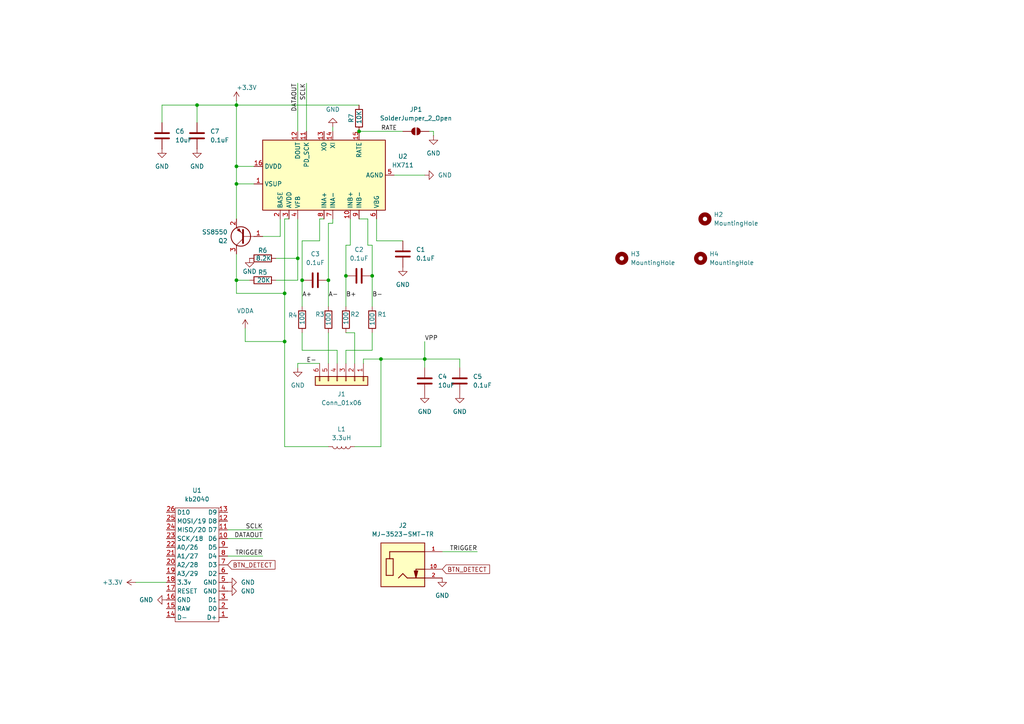
<source format=kicad_sch>
(kicad_sch (version 20250114) (generator "eeschema") (generator_version "9.0")
  (paper "A4")
  (lib_symbols
    (symbol "Analog_ADC:HX711"
      (property "Reference" "U" (at 5.08 21.59 0))
      (property "Value" "HX711" (at 7.62 19.05 0))
      (symbol "HX711_0_1"
        (rectangle (start -10.16 17.78) (end 10.16 -17.78) (stroke (width 0.254)) (fill (type background)))
      )
      (symbol "HX711_1_1"
        (pin passive line (at -12.7 12.7 0) (length 2.54) (name "BASE") (number "2"))
        (pin power_in line (at -12.7 10.16 0) (length 2.54) (name "AVDD") (number "3"))
        (pin input line (at -12.7 7.62 0) (length 2.54) (name "VFB") (number "4"))
        (pin input line (at -12.7 0 0) (length 2.54) (name "INA+") (number "8"))
        (pin input line (at -12.7 -2.54 0) (length 2.54) (name "INA-") (number "7"))
        (pin input line (at -12.7 -7.62 0) (length 2.54) (name "INB+") (number "10"))
        (pin input line (at -12.7 -10.16 0) (length 2.54) (name "INB-") (number "9"))
        (pin passive line (at -12.7 -15.24 0) (length 2.54) (name "VBG") (number "6"))
        (pin power_in line (at -2.54 20.32 270) (length 2.54) (name "VSUP") (number "1"))
        (pin power_in line (at 0 -20.32 90) (length 2.54) (name "AGND") (number "5"))
        (pin power_in line (at 2.54 20.32 270) (length 2.54) (name "DVDD") (number "16"))
        (pin output line (at 12.7 7.62 180) (length 2.54) (name "DOUT") (number "12"))
        (pin input line (at 12.7 5.08 180) (length 2.54) (name "PD_SCK") (number "11"))
        (pin passive line (at 12.7 0 180) (length 2.54) (name "XO") (number "13"))
        (pin passive line (at 12.7 -2.54 180) (length 2.54) (name "XI") (number "14"))
        (pin input line (at 12.7 -10.16 180) (length 2.54) (name "RATE") (number "15"))
      )
    )
    (symbol "CUI_MJ-3523:MJ-3523-SMT-TR" (pin_names (offset 1.016))
      (property "Reference" "J" (at -7.62 5.842 0))
      (property "Value" "MJ-3523-SMT-TR" (at -7.62 -10.16 0))
      (symbol "MJ-3523-SMT-TR_0_0"
        (rectangle (start -7.62 -7.62) (end 5.08 5.08) (stroke (width 0.254)) (fill (type background)))
        (polyline (pts (xy -6.096 0.508) (xy -6.096 -4.318)) (stroke (width 0.254)))
        (polyline (pts (xy -6.096 -4.318) (xy -4.064 -4.318)) (stroke (width 0.254)))
        (polyline (pts (xy -5.08 2.54) (xy 5.08 2.54)) (stroke (width 0.254)))
        (polyline (pts (xy -5.08 0.508) (xy -6.096 0.508)) (stroke (width 0.254)))
        (polyline (pts (xy -5.08 0.508) (xy -5.08 2.54)) (stroke (width 0.254)))
        (polyline (pts (xy -4.064 0.508) (xy -5.08 0.508)) (stroke (width 0.254)))
        (polyline (pts (xy -4.064 -4.318) (xy -4.064 0.508)) (stroke (width 0.254)))
        (polyline (pts (xy -2.54 -5.08) (xy -1.27 -3.81)) (stroke (width 0.254)))
        (polyline (pts (xy -1.27 -3.81) (xy 0 -5.08)) (stroke (width 0.254)))
        (polyline (pts (xy 0 -5.08) (xy 5.08 -5.08)) (stroke (width 0.254)))
        (polyline (pts (xy 2.54 -2.54) (xy 2.54 -3.81)) (stroke (width 0.254)))
        (polyline (pts (xy 3.048 -3.048) (xy 2.032 -3.048) (xy 2.54 -5.08) (xy 3.048 -3.048)) (stroke (width 0.254)) (fill (type outline)))
        (polyline (pts (xy 5.08 -2.54) (xy 2.54 -2.54)) (stroke (width 0.254)))
        (pin passive line (at 10.16 2.54 180) (length 5.08) (name "~") (number "1"))
        (pin passive line (at 10.16 -2.54 180) (length 5.08) (name "~") (number "10"))
        (pin passive line (at 10.16 -5.08 180) (length 5.08) (name "~") (number "2"))
      )
    )
    (symbol "Connector_Generic:Conn_01x06" (pin_names (offset 1.016) (hide yes))
      (property "Reference" "J" (at 0 7.62 0))
      (property "Value" "Conn_01x06" (at 0 -10.16 0))
      (symbol "Conn_01x06_1_1"
        (rectangle (start -1.27 6.35) (end 1.27 -8.89) (stroke (width 0.254)) (fill (type background)))
        (rectangle (start -1.27 5.207) (end 0 4.953) (stroke (width 0.1524)))
        (rectangle (start -1.27 2.667) (end 0 2.413) (stroke (width 0.1524)))
        (rectangle (start -1.27 0.127) (end 0 -0.127) (stroke (width 0.1524)))
        (rectangle (start -1.27 -2.413) (end 0 -2.667) (stroke (width 0.1524)))
        (rectangle (start -1.27 -4.953) (end 0 -5.207) (stroke (width 0.1524)))
        (rectangle (start -1.27 -7.493) (end 0 -7.747) (stroke (width 0.1524)))
        (pin passive line (at -5.08 5.08 0) (length 3.81) (name "Pin_1") (number "1"))
        (pin passive line (at -5.08 2.54 0) (length 3.81) (name "Pin_2") (number "2"))
        (pin passive line (at -5.08 0 0) (length 3.81) (name "Pin_3") (number "3"))
        (pin passive line (at -5.08 -2.54 0) (length 3.81) (name "Pin_4") (number "4"))
        (pin passive line (at -5.08 -5.08 0) (length 3.81) (name "Pin_5") (number "5"))
        (pin passive line (at -5.08 -7.62 0) (length 3.81) (name "Pin_6") (number "6"))
      )
    )
    (symbol "Device:C" (pin_numbers (hide yes)) (pin_names (offset 0.254))
      (property "Reference" "C" (at 0.635 2.54 0))
      (property "Value" "C" (at 0.635 -2.54 0))
      (symbol "C_0_1"
        (polyline (pts (xy -2.032 0.762) (xy 2.032 0.762)) (stroke (width 0.508)))
        (polyline (pts (xy -2.032 -0.762) (xy 2.032 -0.762)) (stroke (width 0.508)))
      )
      (symbol "C_1_1"
        (pin passive line (at 0 3.81 270) (length 2.794) (name "~") (number "1"))
        (pin passive line (at 0 -3.81 90) (length 2.794) (name "~") (number "2"))
      )
    )
    (symbol "Device:L" (pin_numbers (hide yes)) (pin_names (offset 1.016) (hide yes))
      (property "Reference" "L" (at -1.27 0 90))
      (property "Value" "L" (at 1.905 0 90))
      (symbol "L_0_1"
        (arc (start 0 2.54) (mid 0.6323 1.905) (end 0 1.27))
        (arc (start 0 1.27) (mid 0.6323 0.635) (end 0 0))
        (arc (start 0 0) (mid 0.6323 -0.635) (end 0 -1.27))
        (arc (start 0 -1.27) (mid 0.6323 -1.905) (end 0 -2.54))
      )
      (symbol "L_1_1"
        (pin passive line (at 0 3.81 270) (length 1.27) (name "1") (number "1"))
        (pin passive line (at 0 -3.81 90) (length 1.27) (name "2") (number "2"))
      )
    )
    (symbol "Device:R" (pin_numbers (hide yes)) (pin_names (offset 0))
      (property "Reference" "R" (at 2.032 0 90))
      (property "Value" "R" (at 0 0 90))
      (symbol "R_0_1"
        (rectangle (start -1.016 -2.54) (end 1.016 2.54) (stroke (width 0.254)))
      )
      (symbol "R_1_1"
        (pin passive line (at 0 3.81 270) (length 1.27) (name "~") (number "1"))
        (pin passive line (at 0 -3.81 90) (length 1.27) (name "~") (number "2"))
      )
    )
    (symbol "Jumper:SolderJumper_2_Open" (pin_numbers (hide yes)) (pin_names (offset 0) (hide yes)) (in_bom no)
      (property "Reference" "JP" (at 0 2.032 0))
      (property "Value" "SolderJumper_2_Open" (at 0 -2.54 0))
      (symbol "SolderJumper_2_Open_0_1"
        (polyline (pts (xy -0.254 1.016) (xy -0.254 -1.016)))
        (arc (start -0.254 -1.016) (mid -1.2656 0) (end -0.254 1.016))
        (arc (start -0.254 -1.016) (mid -1.2656 0) (end -0.254 1.016) (fill (type outline)))
        (arc (start 0.254 1.016) (mid 1.2656 0) (end 0.254 -1.016))
        (arc (start 0.254 1.016) (mid 1.2656 0) (end 0.254 -1.016) (fill (type outline)))
        (polyline (pts (xy 0.254 1.016) (xy 0.254 -1.016)))
      )
      (symbol "SolderJumper_2_Open_1_1"
        (pin passive line (at -3.81 0 0) (length 2.54) (name "A") (number "1"))
        (pin passive line (at 3.81 0 180) (length 2.54) (name "B") (number "2"))
      )
    )
    (symbol "Mechanical:MountingHole" (pin_names (offset 1.016)) (in_bom no)
      (property "Reference" "H" (at 0 5.08 0))
      (property "Value" "MountingHole" (at 0 3.175 0))
      (symbol "MountingHole_0_1"
        (circle (center 0 0) (radius 1.27) (stroke (width 1.27)))
      )
    )
    (symbol "Transistor_BJT:SS8550" (pin_names (offset 0) (hide yes))
      (property "Reference" "Q" (at 5.08 1.905 0))
      (property "Value" "SS8550" (at 5.08 0 0))
      (symbol "SS8550_0_1"
        (polyline (pts (xy -2.54 0) (xy 0.635 0)))
        (polyline (pts (xy 0.635 1.905) (xy 0.635 -1.905)) (stroke (width 0.508)))
        (polyline (pts (xy 0.635 0.635) (xy 2.54 2.54)))
        (polyline (pts (xy 0.635 -0.635) (xy 2.54 -2.54)))
        (circle (center 1.27 0) (radius 2.8194) (stroke (width 0.254)))
        (polyline (pts (xy 2.286 -1.778) (xy 1.778 -2.286) (xy 1.27 -1.27) (xy 2.286 -1.778)) (fill (type outline)))
      )
      (symbol "SS8550_1_1"
        (pin input line (at -5.08 0 0) (length 2.54) (name "B") (number "1"))
        (pin passive line (at 2.54 5.08 270) (length 2.54) (name "C") (number "3"))
        (pin passive line (at 2.54 -5.08 90) (length 2.54) (name "E") (number "2"))
      )
    )
    (symbol "kb2040:kb2040"
      (property "Reference" "U" (at 0 0 0))
      (property "Value" "kb2040" (at 0 -2.54 0))
      (symbol "kb2040_0_1"
        (rectangle (start 0 -3.81) (end 12.7 -36.83) (stroke (width 0.1524)))
      )
      (symbol "kb2040_1_1"
        (pin bidirectional line (at -2.54 -5.08 0) (length 2.54) (name "D+") (number "1"))
        (pin bidirectional line (at -2.54 -7.62 0) (length 2.54) (name "D0") (number "2"))
        (pin bidirectional line (at -2.54 -10.16 0) (length 2.54) (name "D1") (number "3"))
        (pin bidirectional line (at -2.54 -12.7 0) (length 2.54) (name "GND") (number "4"))
        (pin bidirectional line (at -2.54 -15.24 0) (length 2.54) (name "GND") (number "5"))
        (pin bidirectional line (at -2.54 -17.78 0) (length 2.54) (name "D2") (number "6"))
        (pin bidirectional line (at -2.54 -20.32 0) (length 2.54) (name "D3") (number "7"))
        (pin bidirectional line (at -2.54 -22.86 0) (length 2.54) (name "D4") (number "8"))
        (pin bidirectional line (at -2.54 -25.4 0) (length 2.54) (name "D5") (number "9"))
        (pin bidirectional line (at -2.54 -27.94 0) (length 2.54) (name "D6") (number "10"))
        (pin bidirectional line (at -2.54 -30.48 0) (length 2.54) (name "D7") (number "11"))
        (pin bidirectional line (at -2.54 -33.02 0) (length 2.54) (name "D8") (number "12"))
        (pin bidirectional line (at -2.54 -35.56 0) (length 2.54) (name "D9") (number "13"))
        (pin bidirectional line (at 15.24 -5.08 180) (length 2.54) (name "D-") (number "14"))
        (pin bidirectional line (at 15.24 -7.62 180) (length 2.54) (name "RAW") (number "15"))
        (pin bidirectional line (at 15.24 -10.16 180) (length 2.54) (name "GND") (number "16"))
        (pin bidirectional line (at 15.24 -12.7 180) (length 2.54) (name "RESET") (number "17"))
        (pin bidirectional line (at 15.24 -15.24 180) (length 2.54) (name "3.3v") (number "18"))
        (pin bidirectional line (at 15.24 -17.78 180) (length 2.54) (name "A3/29") (number "19"))
        (pin bidirectional line (at 15.24 -20.32 180) (length 2.54) (name "A2/28") (number "20"))
        (pin bidirectional line (at 15.24 -22.86 180) (length 2.54) (name "A1/27") (number "21"))
        (pin bidirectional line (at 15.24 -25.4 180) (length 2.54) (name "A0/26") (number "22"))
        (pin bidirectional line (at 15.24 -27.94 180) (length 2.54) (name "SCK/18") (number "23"))
        (pin bidirectional line (at 15.24 -30.48 180) (length 2.54) (name "MISO/20") (number "24"))
        (pin bidirectional line (at 15.24 -33.02 180) (length 2.54) (name "MOSI/19") (number "25"))
        (pin bidirectional line (at 15.24 -35.56 180) (length 2.54) (name "D10") (number "26"))
      )
    )
    (symbol "power:+3.3V" (power) (pin_numbers (hide yes)) (pin_names (offset 0) (hide yes))
      (property "Value" "+3.3V" (at 0 3.556 0))
      (symbol "+3.3V_0_1"
        (polyline (pts (xy -0.762 1.27) (xy 0 2.54)))
        (polyline (pts (xy 0 2.54) (xy 0.762 1.27)))
        (polyline (pts (xy 0 0) (xy 0 2.54)))
      )
      (symbol "+3.3V_1_1"
        (pin power_in line (at 0 0 90) (length 0) (name "~") (number "1"))
      )
    )
    (symbol "power:GND" (power) (pin_numbers (hide yes)) (pin_names (offset 0) (hide yes))
      (property "Value" "GND" (at 0 -3.81 0))
      (symbol "GND_0_1"
        (polyline (pts (xy 0 0) (xy 0 -1.27) (xy 1.27 -1.27) (xy 0 -2.54) (xy -1.27 -1.27) (xy 0 -1.27)))
      )
      (symbol "GND_1_1"
        (pin power_in line (at 0 0 270) (length 0) (name "~") (number "1"))
      )
    )
    (symbol "power:VDDA" (power) (pin_numbers (hide yes)) (pin_names (offset 0) (hide yes))
      (property "Value" "VDDA" (at 0 3.556 0))
      (symbol "VDDA_0_1"
        (polyline (pts (xy -0.762 1.27) (xy 0 2.54)))
        (polyline (pts (xy 0 2.54) (xy 0.762 1.27)))
        (polyline (pts (xy 0 0) (xy 0 2.54)))
      )
      (symbol "VDDA_1_1"
        (pin power_in line (at 0 0 90) (length 0) (name "~") (number "1"))
      )
    )
  )
  (junction (at 107.95 80.01))
  (junction (at 82.55 99.06))
  (junction (at 68.58 48.26))
  (junction (at 123.19 104.14))
  (junction (at 68.58 81.28))
  (junction (at 110.49 104.14))
  (junction (at 87.63 81.28))
  (junction (at 82.55 85.09))
  (junction (at 68.58 53.34))
  (junction (at 95.25 81.28))
  (junction (at 68.58 30.48))
  (junction (at 86.36 74.93))
  (junction (at 104.14 38.1))
  (junction (at 57.15 30.48))
  (junction (at 100.33 80.01))
  (wire (pts (xy 87.63 96.52) (xy 87.63 101.6)))
  (wire (pts (xy 95.25 64.77) (xy 95.25 81.28)))
  (wire (pts (xy 46.99 35.56) (xy 46.99 30.48)))
  (wire (pts (xy 92.71 69.85) (xy 92.71 63.5)))
  (wire (pts (xy 96.52 64.77) (xy 95.25 64.77)))
  (wire (pts (xy 100.33 71.12) (xy 100.33 80.01)))
  (wire (pts (xy 68.58 48.26) (xy 68.58 53.34)))
  (wire (pts (xy 114.3 50.8) (xy 123.19 50.8)))
  (wire (pts (xy 107.95 80.01) (xy 107.95 71.12)))
  (wire (pts (xy 57.15 30.48) (xy 68.58 30.48)))
  (wire (pts (xy 123.19 104.14) (xy 123.19 106.68)))
  (wire (pts (xy 68.58 81.28) (xy 68.58 85.09)))
  (wire (pts (xy 68.58 81.28) (xy 72.39 81.28)))
  (wire (pts (xy 66.04 161.29) (xy 76.2 161.29)))
  (wire (pts (xy 107.95 96.52) (xy 107.95 101.6)))
  (wire (pts (xy 68.58 85.09) (xy 82.55 85.09)))
  (wire (pts (xy 110.49 104.14) (xy 123.19 104.14)))
  (wire (pts (xy 68.58 53.34) (xy 73.66 53.34)))
  (wire (pts (xy 96.52 64.77) (xy 96.52 63.5)))
  (wire (pts (xy 68.58 63.5) (xy 68.58 53.34)))
  (wire (pts (xy 95.25 88.9) (xy 95.25 81.28)))
  (wire (pts (xy 46.99 30.48) (xy 57.15 30.48)))
  (wire (pts (xy 73.66 48.26) (xy 68.58 48.26)))
  (wire (pts (xy 106.68 63.5) (xy 104.14 63.5)))
  (wire (pts (xy 95.25 96.52) (xy 95.25 105.41)))
  (wire (pts (xy 100.33 101.6) (xy 100.33 105.41)))
  (wire (pts (xy 76.2 68.58) (xy 81.28 68.58)))
  (wire (pts (xy 82.55 63.5) (xy 82.55 85.09)))
  (wire (pts (xy 86.36 105.41) (xy 86.36 106.68)))
  (wire (pts (xy 105.41 105.41) (xy 105.41 104.14)))
  (wire (pts (xy 76.2 156.21) (xy 66.04 156.21)))
  (wire (pts (xy 100.33 88.9) (xy 100.33 80.01)))
  (wire (pts (xy 107.95 101.6) (xy 100.33 101.6)))
  (wire (pts (xy 80.01 81.28) (xy 86.36 81.28)))
  (wire (pts (xy 92.71 63.5) (xy 93.98 63.5)))
  (wire (pts (xy 86.36 24.13) (xy 86.36 38.1)))
  (wire (pts (xy 101.6 63.5) (xy 101.6 71.12)))
  (wire (pts (xy 71.12 95.25) (xy 71.12 99.06)))
  (wire (pts (xy 116.84 38.1) (xy 104.14 38.1)))
  (wire (pts (xy 133.35 104.14) (xy 133.35 106.68)))
  (wire (pts (xy 125.73 39.37) (xy 125.73 38.1)))
  (wire (pts (xy 82.55 63.5) (xy 83.82 63.5)))
  (wire (pts (xy 68.58 73.66) (xy 68.58 81.28)))
  (wire (pts (xy 86.36 81.28) (xy 86.36 74.93)))
  (wire (pts (xy 88.9 24.13) (xy 88.9 38.1)))
  (wire (pts (xy 110.49 129.54) (xy 110.49 104.14)))
  (wire (pts (xy 87.63 101.6) (xy 97.79 101.6)))
  (wire (pts (xy 82.55 85.09) (xy 82.55 99.06)))
  (wire (pts (xy 96.52 36.83) (xy 96.52 38.1)))
  (wire (pts (xy 109.22 63.5) (xy 109.22 69.85)))
  (wire (pts (xy 57.15 30.48) (xy 57.15 35.56)))
  (wire (pts (xy 82.55 99.06) (xy 82.55 129.54)))
  (wire (pts (xy 76.2 153.67) (xy 66.04 153.67)))
  (wire (pts (xy 102.87 96.52) (xy 102.87 105.41)))
  (wire (pts (xy 102.87 129.54) (xy 110.49 129.54)))
  (wire (pts (xy 123.19 99.06) (xy 123.19 104.14)))
  (wire (pts (xy 87.63 69.85) (xy 92.71 69.85)))
  (wire (pts (xy 71.12 99.06) (xy 82.55 99.06)))
  (wire (pts (xy 105.41 104.14) (xy 110.49 104.14)))
  (wire (pts (xy 82.55 129.54) (xy 95.25 129.54)))
  (wire (pts (xy 80.01 74.93) (xy 86.36 74.93)))
  (wire (pts (xy 128.27 160.02) (xy 138.43 160.02)))
  (wire (pts (xy 101.6 71.12) (xy 100.33 71.12)))
  (wire (pts (xy 100.33 96.52) (xy 102.87 96.52)))
  (wire (pts (xy 87.63 81.28) (xy 87.63 69.85)))
  (wire (pts (xy 107.95 88.9) (xy 107.95 80.01)))
  (wire (pts (xy 104.14 30.48) (xy 68.58 30.48)))
  (wire (pts (xy 106.68 71.12) (xy 106.68 63.5)))
  (wire (pts (xy 92.71 105.41) (xy 86.36 105.41)))
  (wire (pts (xy 97.79 101.6) (xy 97.79 105.41)))
  (wire (pts (xy 107.95 71.12) (xy 106.68 71.12)))
  (wire (pts (xy 81.28 68.58) (xy 81.28 63.5)))
  (wire (pts (xy 86.36 74.93) (xy 86.36 63.5)))
  (wire (pts (xy 123.19 104.14) (xy 133.35 104.14)))
  (wire (pts (xy 68.58 29.21) (xy 68.58 30.48)))
  (wire (pts (xy 125.73 38.1) (xy 124.46 38.1)))
  (wire (pts (xy 109.22 69.85) (xy 116.84 69.85)))
  (wire (pts (xy 68.58 30.48) (xy 68.58 48.26)))
  (wire (pts (xy 87.63 81.28) (xy 87.63 88.9)))
  (wire (pts (xy 39.37 168.91) (xy 48.26 168.91)))
  (label "SCLK" (at 76.2 153.67 180))
  (label "TRIGGER" (at 138.43 160.02 180))
  (label "TRIGGER" (at 76.2 161.29 180))
  (label "VPP" (at 123.19 99.06 0))
  (label "B+" (at 100.33 86.36 0))
  (label "B-" (at 107.95 86.36 0))
  (label "A+" (at 87.63 86.36 0))
  (label "E-" (at 88.9 105.41 0))
  (label "A-" (at 95.25 86.36 0))
  (label "DATAOUT" (at 76.2 156.21 180))
  (label "DATAOUT" (at 86.36 24.13 270))
  (label "RATE" (at 110.49 38.1 0))
  (label "SCLK" (at 88.9 24.13 270))
  (label "" (at 68.58 53.34 0))
  (global_label "BTN_DETECT" (shape input) (at 66.04 163.83 0) (property "Intersheetrefs" "${INTERSHEET_REFS}" (effects (hide yes))))
  (global_label "BTN_DETECT" (shape input) (at 128.27 165.1 0) (property "Intersheetrefs" "${INTERSHEET_REFS}" (effects (hide yes))))
  (symbol (lib_id "Device:C") (at 116.84 73.66 0) (unit 1)
    (property "Reference" "C1" (at 120.65 72.3899 0) (effects (justify left)))
    (property "Value" "0.1uF" (at 120.65 74.9299 0) (effects (justify left)))
    (property "Footprint" "Capacitor_SMD:C_0805_2012Metric" (effects (hide yes)))
    (property "Description" "Unpolarized capacitor" (effects (hide yes)))
    (property "LCSC Part" "C49678" (effects (hide yes)))
  )
  (symbol (lib_id "Analog_ADC:HX711") (at 93.98 50.8 90) (unit 1)
    (property "Reference" "U2" (at 116.84 45.3546 90))
    (property "Value" "HX711" (at 116.84 47.8946 90))
    (property "Footprint" "Package_SO:SOIC-16_3.9x9.9mm_P1.27mm" (effects (hide yes)))
    (property "Datasheet" "https://web.archive.org/web/20220615044707/https://akizukidenshi.com/download/ds/avia/hx711.pdf" (effects (hide yes)))
    (property "Description" "24-bit Analog-to-Digital Converter (ADC) for Weight Scales, SOIC-16 (SOP-16)" (effects (hide yes)))
    (property "LCSC Part" "C6705483" (effects (hide yes)))
  )
  (symbol (lib_id "Connector_Generic:Conn_01x06") (at 100.33 110.49 270) (unit 1) (in_bom no)
    (property "Reference" "J1" (at 99.06 114.3 90))
    (property "Value" "Conn_01x06" (at 99.06 116.84 90))
    (property "Footprint" "Connector_PinHeader_2.54mm:PinHeader_1x06_P2.54mm_Vertical" (effects (hide yes)))
    (property "Description" "Generic connector, single row, 01x06, script generated (kicad-library-utils/schlib/autogen/connector/)" (effects (hide yes)))
  )
  (symbol (lib_id "Device:C") (at 91.44 81.28 90) (unit 1)
    (property "Reference" "C3" (at 91.44 73.66 90))
    (property "Value" "0.1uF" (at 91.44 76.2 90))
    (property "Footprint" "Capacitor_SMD:C_0805_2012Metric" (effects (hide yes)))
    (property "Description" "Unpolarized capacitor" (effects (hide yes)))
    (property "LCSC Part" "C49678" (effects (hide yes)))
  )
  (symbol (lib_id "Device:R") (at 107.95 92.71 180) (unit 1)
    (property "Reference" "R1" (at 109.474 91.186 0) (effects (justify right)))
    (property "Value" "100" (at 107.95 94.488 90) (effects (justify right)))
    (property "Footprint" "Resistor_SMD:R_0805_2012Metric" (effects (hide yes)))
    (property "Description" "Resistor" (effects (hide yes)))
    (property "LCSC Part" "C17408" (effects (hide yes)))
  )
  (symbol (lib_id "power:GND") (at 57.15 43.18 0) (unit 1)
    (property "Reference" "#PWR013" (effects (hide yes)))
    (property "Value" "GND" (at 57.15 48.26 0))
    (property "Description" "Power symbol creates a global label with name \"GND\" , ground" (effects (hide yes)))
  )
  (symbol (lib_id "power:+3.3V") (at 68.58 29.21 0) (unit 1)
    (property "Reference" "#PWR04" (effects (hide yes)))
    (property "Value" "+3.3V" (at 68.5801 25.4 0) (effects (justify left)))
    (property "Description" "Power symbol creates a global label with name \"+3.3V\"" (effects (hide yes)))
  )
  (symbol (lib_id "power:GND") (at 133.35 114.3 0) (unit 1)
    (property "Reference" "#PWR06" (effects (hide yes)))
    (property "Value" "GND" (at 133.35 119.38 0))
    (property "Description" "Power symbol creates a global label with name \"GND\" , ground" (effects (hide yes)))
  )
  (symbol (lib_id "power:GND") (at 66.04 171.45 90) (unit 1)
    (property "Reference" "#PWR016" (effects (hide yes)))
    (property "Value" "GND" (at 69.85 171.4499 90) (effects (justify right)))
    (property "Description" "Power symbol creates a global label with name \"GND\" , ground" (effects (hide yes)))
  )
  (symbol (lib_id "power:GND") (at 125.73 39.37 0) (unit 1)
    (property "Reference" "#PWR015" (effects (hide yes)))
    (property "Value" "GND" (at 125.73 44.45 0))
    (property "Description" "Power symbol creates a global label with name \"GND\" , ground" (effects (hide yes)))
  )
  (symbol (lib_id "power:GND") (at 48.26 173.99 270) (unit 1)
    (property "Reference" "#PWR017" (effects (hide yes)))
    (property "Value" "GND" (at 44.45 173.9899 90) (effects (justify right)))
    (property "Description" "Power symbol creates a global label with name \"GND\" , ground" (effects (hide yes)))
  )
  (symbol (lib_id "Transistor_BJT:SS8550") (at 71.12 68.58 180) (unit 1)
    (property "Reference" "Q2" (at 66.04 69.8501 0) (effects (justify left)))
    (property "Value" "SS8550" (at 66.04 67.3101 0) (effects (justify left)))
    (property "Footprint" "Package_TO_SOT_SMD:SOT-23" (effects (hide yes)))
    (property "Datasheet" "http://www.secosgmbh.com/datasheet/products/SSMPTransistor/SOT-23/SS8550.pdf" (effects (hide yes)))
    (property "Description" "General Purpose PNP Transistor, 1.5A Ic, 25V Vce, SOT-23" (effects (hide yes)))
    (property "LCSC Part" "C8542" (effects (hide yes)))
  )
  (symbol (lib_id "Device:C") (at 133.35 110.49 0) (unit 1)
    (property "Reference" "C5" (at 137.16 109.2199 0) (effects (justify left)))
    (property "Value" "0.1uF" (at 137.16 111.7599 0) (effects (justify left)))
    (property "Footprint" "Capacitor_SMD:C_0805_2012Metric" (effects (hide yes)))
    (property "Description" "Unpolarized capacitor" (effects (hide yes)))
    (property "LCSC Part" "C49678" (effects (hide yes)))
  )
  (symbol (lib_id "Mechanical:MountingHole") (at 203.2 74.93 0) (unit 1) (in_bom no)
    (property "Reference" "H4" (at 205.74 73.6599 0) (effects (justify left)))
    (property "Value" "MountingHole" (at 205.74 76.1999 0) (effects (justify left)))
    (property "Footprint" "MountingHole:MountingHole_2.2mm_M2" (effects (hide yes)))
    (property "Description" "Mounting Hole without connection" (effects (hide yes)))
  )
  (symbol (lib_id "power:+3.3V") (at 39.37 168.91 90) (unit 1)
    (property "Reference" "#PWR011" (effects (hide yes)))
    (property "Value" "+3.3V" (at 35.56 168.9099 90) (effects (justify left)))
    (property "Description" "Power symbol creates a global label with name \"+3.3V\"" (effects (hide yes)))
  )
  (symbol (lib_id "Device:R") (at 76.2 74.93 90) (unit 1)
    (property "Reference" "R6" (at 76.2 72.644 90))
    (property "Value" "8.2K" (at 76.454 74.93 90))
    (property "Footprint" "Resistor_SMD:R_0805_2012Metric" (effects (hide yes)))
    (property "Description" "Resistor" (effects (hide yes)))
    (property "LCSC Part" "C17828" (effects (hide yes)))
  )
  (symbol (lib_id "Device:L") (at 99.06 129.54 270) (unit 1)
    (property "Reference" "L1" (at 99.06 124.46 90))
    (property "Value" "3.3uH" (at 99.06 127 90))
    (property "Footprint" "Inductor_SMD:L_0603_1608Metric" (effects (hide yes)))
    (property "Description" "Inductor" (effects (hide yes)))
    (property "LCSC Part" "C275346" (effects (hide yes)))
  )
  (symbol (lib_id "power:GND") (at 72.39 74.93 0) (unit 1)
    (property "Reference" "#PWR07" (effects (hide yes)))
    (property "Value" "GND" (at 72.39 78.74 0))
    (property "Description" "Power symbol creates a global label with name \"GND\" , ground" (effects (hide yes)))
  )
  (symbol (lib_id "kb2040:kb2040") (at 63.5 184.15 180) (unit 1) (in_bom no)
    (property "Reference" "U1" (at 57.15 142.24 0))
    (property "Value" "kb2040" (at 57.15 144.78 0))
    (property "Footprint" "kb2040:kb2040_SMT" (effects (hide yes)))
  )
  (symbol (lib_id "power:GND") (at 116.84 77.47 0) (unit 1)
    (property "Reference" "#PWR02" (effects (hide yes)))
    (property "Value" "GND" (at 116.84 82.55 0))
    (property "Description" "Power symbol creates a global label with name \"GND\" , ground" (effects (hide yes)))
  )
  (symbol (lib_id "CUI_MJ-3523:MJ-3523-SMT-TR") (at 118.11 162.56 0) (unit 1)
    (property "Reference" "J2" (at 116.84 152.4 0))
    (property "Value" "MJ-3523-SMT-TR" (at 116.84 154.94 0))
    (property "Footprint" "CUI_MJ-3523:CUI_MJ-3523-SMT-TR" (effects (hide yes)))
    (property "PARTREV" "1.04" (effects (hide yes)))
    (property "STANDARD" "Manufacturer Recommendations" (effects (hide yes)))
    (property "MAXIMUM_PACKAGE_HEIGHT" "5mm" (effects (hide yes)))
    (property "MANUFACTURER" "CUI Devices" (effects (hide yes)))
    (property "LCSC Part" "C4992553" (effects (hide yes)))
  )
  (symbol (lib_id "Mechanical:MountingHole") (at 180.34 74.93 0) (unit 1) (in_bom no)
    (property "Reference" "H3" (at 182.88 73.6599 0) (effects (justify left)))
    (property "Value" "MountingHole" (at 182.88 76.1999 0) (effects (justify left)))
    (property "Footprint" "MountingHole:MountingHole_2.2mm_M2" (effects (hide yes)))
    (property "Description" "Mounting Hole without connection" (effects (hide yes)))
  )
  (symbol (lib_id "Device:R") (at 95.25 92.71 0) (unit 1)
    (property "Reference" "R3" (at 91.44 91.186 0) (effects (justify left)))
    (property "Value" "100" (at 95.25 94.488 90) (effects (justify left)))
    (property "Footprint" "Resistor_SMD:R_0805_2012Metric" (effects (hide yes)))
    (property "Description" "Resistor" (effects (hide yes)))
    (property "LCSC Part" "C17408" (effects (hide yes)))
  )
  (symbol (lib_id "Device:R") (at 87.63 92.71 0) (unit 1)
    (property "Reference" "R4" (at 83.566 91.44 0) (effects (justify left)))
    (property "Value" "100" (at 87.63 94.234 90) (effects (justify left)))
    (property "Footprint" "Resistor_SMD:R_0805_2012Metric" (effects (hide yes)))
    (property "Description" "Resistor" (effects (hide yes)))
    (property "LCSC Part" "C17408" (effects (hide yes)))
  )
  (symbol (lib_id "Device:C") (at 123.19 110.49 0) (unit 1)
    (property "Reference" "C4" (at 127 109.2199 0) (effects (justify left)))
    (property "Value" "10uF" (at 127 111.7599 0) (effects (justify left)))
    (property "Footprint" "Capacitor_SMD:C_0805_2012Metric" (effects (hide yes)))
    (property "Description" "Unpolarized capacitor" (effects (hide yes)))
    (property "LCSC Part" "C15850" (effects (hide yes)))
  )
  (symbol (lib_id "power:GND") (at 123.19 114.3 0) (unit 1)
    (property "Reference" "#PWR05" (effects (hide yes)))
    (property "Value" "GND" (at 123.19 119.38 0))
    (property "Description" "Power symbol creates a global label with name \"GND\" , ground" (effects (hide yes)))
  )
  (symbol (lib_id "power:GND") (at 46.99 43.18 0) (unit 1)
    (property "Reference" "#PWR012" (effects (hide yes)))
    (property "Value" "GND" (at 46.99 48.26 0))
    (property "Description" "Power symbol creates a global label with name \"GND\" , ground" (effects (hide yes)))
  )
  (symbol (lib_id "Device:R") (at 100.33 92.71 0) (unit 1)
    (property "Reference" "R2" (at 101.6 91.186 0) (effects (justify left)))
    (property "Value" "100" (at 100.33 94.234 90) (effects (justify left)))
    (property "Footprint" "Resistor_SMD:R_0805_2012Metric" (effects (hide yes)))
    (property "Description" "Resistor" (effects (hide yes)))
    (property "LCSC Part" "C17408" (effects (hide yes)))
  )
  (symbol (lib_id "power:GND") (at 96.52 36.83 180) (unit 1)
    (property "Reference" "#PWR08" (effects (hide yes)))
    (property "Value" "GND" (at 96.52 31.75 0))
    (property "Description" "Power symbol creates a global label with name \"GND\" , ground" (effects (hide yes)))
  )
  (symbol (lib_id "power:GND") (at 66.04 168.91 90) (unit 1)
    (property "Reference" "#PWR09" (effects (hide yes)))
    (property "Value" "GND" (at 69.85 168.9099 90) (effects (justify right)))
    (property "Description" "Power symbol creates a global label with name \"GND\" , ground" (effects (hide yes)))
  )
  (symbol (lib_id "Device:R") (at 76.2 81.28 90) (unit 1)
    (property "Reference" "R5" (at 76.2 78.994 90))
    (property "Value" "20K" (at 76.454 81.28 90))
    (property "Footprint" "Resistor_SMD:R_0805_2012Metric" (effects (hide yes)))
    (property "Description" "Resistor" (effects (hide yes)))
    (property "LCSC Part" "C4328" (effects (hide yes)))
  )
  (symbol (lib_id "Mechanical:MountingHole") (at 204.47 63.5 0) (unit 1) (in_bom no)
    (property "Reference" "H2" (at 207.01 62.2299 0) (effects (justify left)))
    (property "Value" "MountingHole" (at 207.01 64.7699 0) (effects (justify left)))
    (property "Footprint" "MountingHole:MountingHole_2.2mm_M2" (effects (hide yes)))
    (property "Description" "Mounting Hole without connection" (effects (hide yes)))
  )
  (symbol (lib_id "Device:C") (at 104.14 80.01 90) (unit 1)
    (property "Reference" "C2" (at 104.14 72.39 90))
    (property "Value" "0.1uF" (at 104.14 74.93 90))
    (property "Footprint" "Capacitor_SMD:C_0805_2012Metric" (effects (hide yes)))
    (property "Description" "Unpolarized capacitor" (effects (hide yes)))
    (property "LCSC Part" "C49678" (effects (hide yes)))
  )
  (symbol (lib_id "power:GND") (at 86.36 106.68 0) (unit 1)
    (property "Reference" "#PWR03" (effects (hide yes)))
    (property "Value" "GND" (at 86.36 111.76 0))
    (property "Description" "Power symbol creates a global label with name \"GND\" , ground" (effects (hide yes)))
  )
  (symbol (lib_id "Device:R") (at 104.14 34.29 180) (unit 1)
    (property "Reference" "R7" (at 101.854 34.29 90))
    (property "Value" "10K" (at 104.14 34.036 90))
    (property "Footprint" "Resistor_SMD:R_0805_2012Metric" (effects (hide yes)))
    (property "Description" "Resistor" (effects (hide yes)))
    (property "LCSC Part" "C17414" (effects (hide yes)))
  )
  (symbol (lib_id "Jumper:SolderJumper_2_Open") (at 120.65 38.1 0) (unit 1) (in_bom no)
    (property "Reference" "JP1" (at 120.65 31.75 0))
    (property "Value" "SolderJumper_2_Open" (at 120.65 34.29 0))
    (property "Footprint" "Jumper:SolderJumper-2_P1.3mm_Open_TrianglePad1.0x1.5mm" (effects (hide yes)))
    (property "Description" "Solder Jumper, 2-pole, open" (effects (hide yes)))
  )
  (symbol (lib_id "power:GND") (at 123.19 50.8 90) (unit 1)
    (property "Reference" "#PWR01" (effects (hide yes)))
    (property "Value" "GND" (at 127 50.7999 90) (effects (justify right)))
    (property "Description" "Power symbol creates a global label with name \"GND\" , ground" (effects (hide yes)))
  )
  (symbol (lib_id "power:GND") (at 128.27 167.64 0) (unit 1)
    (property "Reference" "#PWR014" (effects (hide yes)))
    (property "Value" "GND" (at 128.27 172.72 0))
    (property "Description" "Power symbol creates a global label with name \"GND\" , ground" (effects (hide yes)))
  )
  (symbol (lib_id "power:VDDA") (at 71.12 95.25 0) (unit 1)
    (property "Reference" "#PWR010" (effects (hide yes)))
    (property "Value" "VDDA" (at 71.12 90.17 0))
    (property "Description" "Power symbol creates a global label with name \"VDDA\"" (effects (hide yes)))
  )
  (symbol (lib_id "Device:C") (at 57.15 39.37 0) (unit 1)
    (property "Reference" "C7" (at 60.96 38.0999 0) (effects (justify left)))
    (property "Value" "0.1uF" (at 60.96 40.6399 0) (effects (justify left)))
    (property "Footprint" "Capacitor_SMD:C_0805_2012Metric" (effects (hide yes)))
    (property "Description" "Unpolarized capacitor" (effects (hide yes)))
    (property "LCSC Part" "C49678" (effects (hide yes)))
  )
  (symbol (lib_id "Device:C") (at 46.99 39.37 0) (unit 1)
    (property "Reference" "C6" (at 50.8 38.0999 0) (effects (justify left)))
    (property "Value" "10uF" (at 50.8 40.6399 0) (effects (justify left)))
    (property "Footprint" "Capacitor_SMD:C_0805_2012Metric" (effects (hide yes)))
    (property "Description" "Unpolarized capacitor" (effects (hide yes)))
    (property "LCSC Part" "C15850" (effects (hide yes)))
  )
)
</source>
